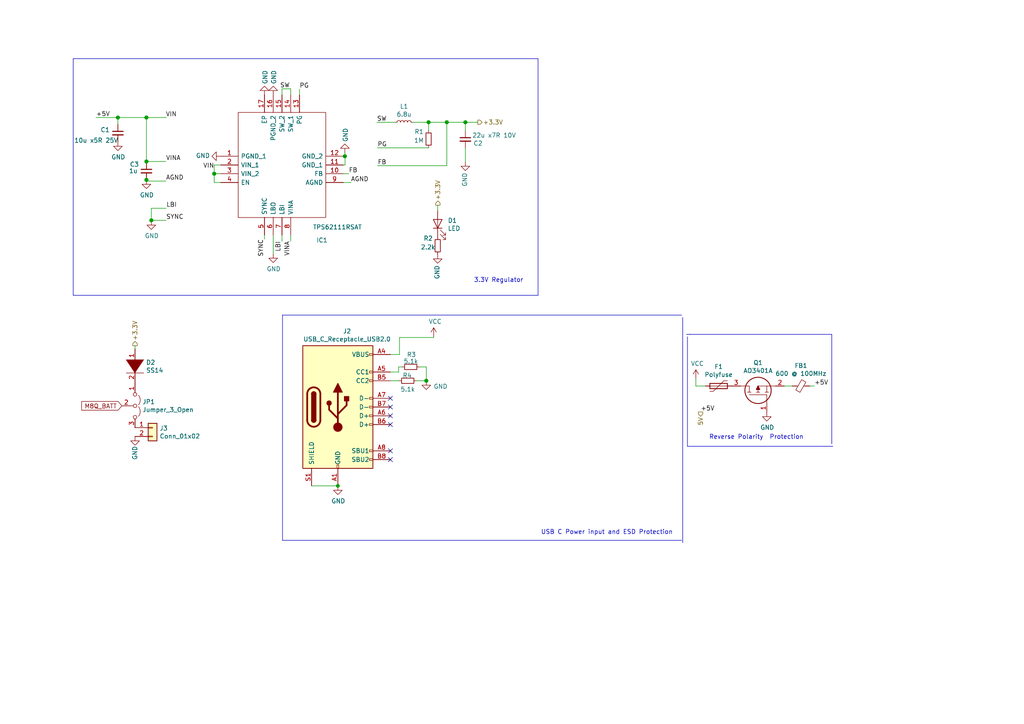
<source format=kicad_sch>
(kicad_sch (version 20201015) (generator eeschema)
  (paper "A4")
  (lib_symbols
    (symbol "Connector:USB_C_Receptacle_USB2.0" (pin_names (offset 1.016))
      (property "Reference" "J" (at -10.16 19.05 0))
      (property "Value" "USB_C_Receptacle_USB2.0" (at 19.05 19.05 0))
      (symbol "USB_C_Receptacle_USB2.0_0_0"
        (rectangle (start -0.254 -17.78) (end 0.254 -16.764))
        (rectangle (start 10.16 -14.986) (end 9.144 -15.494))
        (rectangle (start 10.16 -12.446) (end 9.144 -12.954))
        (rectangle (start 10.16 -4.826) (end 9.144 -5.334))
        (rectangle (start 10.16 -2.286) (end 9.144 -2.794))
        (rectangle (start 10.16 0.254) (end 9.144 -0.254))
        (rectangle (start 10.16 2.794) (end 9.144 2.286))
        (rectangle (start 10.16 7.874) (end 9.144 7.366))
        (rectangle (start 10.16 10.414) (end 9.144 9.906))
        (rectangle (start 10.16 15.494) (end 9.144 14.986))
      )
      (symbol "USB_C_Receptacle_USB2.0_0_1"
        (arc (start -8.89 -3.81) (end -5.08 -3.81) (radius (at -6.985 -3.81) (length 1.905) (angles -179.9 -0.1)) (stroke (width 0.508)))
        (arc (start -7.62 -3.81) (end -6.35 -3.81) (radius (at -6.985 -3.81) (length 0.635) (angles -179.9 -0.1)) (stroke (width 0.254)))
        (arc (start -7.62 -3.81) (end -6.35 -3.81) (radius (at -6.985 -3.81) (length 0.635) (angles -179.9 -0.1)) (stroke (width 0.254)) (fill (type outline)))
        (arc (start -6.35 3.81) (end -7.62 3.81) (radius (at -6.985 3.81) (length 0.635) (angles 0.1 179.9)) (stroke (width 0.254)) (fill (type outline)))
        (arc (start -6.35 3.81) (end -7.62 3.81) (radius (at -6.985 3.81) (length 0.635) (angles 0.1 179.9)) (stroke (width 0.254)))
        (arc (start -5.08 3.81) (end -8.89 3.81) (radius (at -6.985 3.81) (length 1.905) (angles 0.1 179.9)) (stroke (width 0.508)))
        (circle (center -2.54 1.143) (radius 0.635) (stroke (width 0.254)) (fill (type outline)))
        (circle (center 0 -5.842) (radius 1.27) (fill (type outline)))
        (rectangle (start -10.16 17.78) (end 10.16 -17.78) (stroke (width 0.254)) (fill (type background)))
        (rectangle (start -7.62 -3.81) (end -6.35 3.81) (stroke (width 0.254)) (fill (type outline)))
        (rectangle (start 1.905 1.778) (end 3.175 3.048) (stroke (width 0.254)) (fill (type outline)))
        (polyline (pts (xy -8.89 -3.81) (xy -8.89 3.81)) (stroke (width 0.508)))
        (polyline (pts (xy -5.08 3.81) (xy -5.08 -3.81)) (stroke (width 0.508)))
        (polyline (pts (xy 0 -5.842) (xy 0 4.318)) (stroke (width 0.508)))
        (polyline (pts (xy 0 -3.302) (xy -2.54 -0.762) (xy -2.54 0.508)) (stroke (width 0.508)))
        (polyline (pts (xy 0 -2.032) (xy 2.54 0.508) (xy 2.54 1.778)) (stroke (width 0.508)))
        (polyline (pts (xy -1.27 4.318) (xy 0 6.858) (xy 1.27 4.318) (xy -1.27 4.318)) (stroke (width 0.254)) (fill (type outline)))
      )
      (symbol "USB_C_Receptacle_USB2.0_1_1"
        (pin passive line (at 0 -22.86 90) (length 5.08) (name "GND") (number "A1"))
        (pin passive line (at 0 -22.86 90) (length 5.08) hide (name "GND") (number "A12"))
        (pin passive line (at 15.24 15.24 180) (length 5.08) (name "VBUS") (number "A4"))
        (pin bidirectional line (at 15.24 10.16 180) (length 5.08) (name "CC1") (number "A5"))
        (pin bidirectional line (at 15.24 -2.54 180) (length 5.08) (name "D+") (number "A6"))
        (pin bidirectional line (at 15.24 2.54 180) (length 5.08) (name "D-") (number "A7"))
        (pin bidirectional line (at 15.24 -12.7 180) (length 5.08) (name "SBU1") (number "A8"))
        (pin passive line (at 15.24 15.24 180) (length 5.08) hide (name "VBUS") (number "A9"))
        (pin passive line (at 0 -22.86 90) (length 5.08) hide (name "GND") (number "B1"))
        (pin passive line (at 0 -22.86 90) (length 5.08) hide (name "GND") (number "B12"))
        (pin passive line (at 15.24 15.24 180) (length 5.08) hide (name "VBUS") (number "B4"))
        (pin bidirectional line (at 15.24 7.62 180) (length 5.08) (name "CC2") (number "B5"))
        (pin bidirectional line (at 15.24 -5.08 180) (length 5.08) (name "D+") (number "B6"))
        (pin bidirectional line (at 15.24 0 180) (length 5.08) (name "D-") (number "B7"))
        (pin bidirectional line (at 15.24 -15.24 180) (length 5.08) (name "SBU2") (number "B8"))
        (pin passive line (at 15.24 15.24 180) (length 5.08) hide (name "VBUS") (number "B9"))
        (pin passive line (at -7.62 -22.86 90) (length 5.08) (name "SHIELD") (number "S1"))
      )
    )
    (symbol "Connector_Generic:Conn_01x02" (pin_names (offset 1.016) hide)
      (property "Reference" "J" (at 0 2.54 0))
      (property "Value" "Conn_01x02" (at 0 -5.08 0))
      (symbol "Conn_01x02_1_1"
        (rectangle (start -1.27 -2.413) (end 0 -2.667) (stroke (width 0.1524)))
        (rectangle (start -1.27 0.127) (end 0 -0.127) (stroke (width 0.1524)))
        (rectangle (start -1.27 1.27) (end 1.27 -3.81) (stroke (width 0.254)) (fill (type background)))
        (pin passive line (at -5.08 0 0) (length 3.81) (name "Pin_1") (number "1"))
        (pin passive line (at -5.08 -2.54 0) (length 3.81) (name "Pin_2") (number "2"))
      )
    )
    (symbol "Device:C_Small" (pin_numbers hide) (pin_names (offset 0.254) hide)
      (property "Reference" "C" (at 0.254 1.778 0))
      (property "Value" "C_Small" (at 0.254 -2.032 0))
      (symbol "C_Small_0_1"
        (polyline (pts (xy -1.524 -0.508) (xy 1.524 -0.508)) (stroke (width 0.3302)))
        (polyline (pts (xy -1.524 0.508) (xy 1.524 0.508)) (stroke (width 0.3048)))
      )
      (symbol "C_Small_1_1"
        (pin passive line (at 0 2.54 270) (length 2.032) (name "~") (number "1"))
        (pin passive line (at 0 -2.54 90) (length 2.032) (name "~") (number "2"))
      )
    )
    (symbol "Device:FerriteBead_Small" (pin_numbers hide) (pin_names (offset 0))
      (property "Reference" "FB" (at 1.905 1.27 0))
      (property "Value" "FerriteBead_Small" (at 1.905 -1.27 0))
      (symbol "FerriteBead_Small_0_1"
        (polyline (pts (xy 0 -1.27) (xy 0 -0.7874)))
        (polyline (pts (xy 0 0.889) (xy 0 1.2954)))
        (polyline (pts (xy -1.8288 0.2794) (xy -1.1176 1.4986) (xy 1.8288 -0.2032) (xy 1.1176 -1.4224) (xy -1.8288 0.2794)))
      )
      (symbol "FerriteBead_Small_1_1"
        (pin passive line (at 0 2.54 270) (length 1.27) (name "~") (number "1"))
        (pin passive line (at 0 -2.54 90) (length 1.27) (name "~") (number "2"))
      )
    )
    (symbol "Device:LED" (pin_numbers hide) (pin_names (offset 1.016) hide)
      (property "Reference" "D" (at 0 2.54 0))
      (property "Value" "LED" (at 0 -2.54 0))
      (symbol "LED_0_1"
        (polyline (pts (xy -1.27 -1.27) (xy -1.27 1.27)) (stroke (width 0.2032)))
        (polyline (pts (xy -1.27 0) (xy 1.27 0)))
        (polyline (pts (xy 1.27 -1.27) (xy 1.27 1.27) (xy -1.27 0) (xy 1.27 -1.27)) (stroke (width 0.2032)))
        (polyline (pts (xy -3.048 -0.762) (xy -4.572 -2.286) (xy -3.81 -2.286) (xy -4.572 -2.286) (xy -4.572 -1.524)))
        (polyline (pts (xy -1.778 -0.762) (xy -3.302 -2.286) (xy -2.54 -2.286) (xy -3.302 -2.286) (xy -3.302 -1.524)))
      )
      (symbol "LED_1_1"
        (pin passive line (at -3.81 0 0) (length 2.54) (name "K") (number "1"))
        (pin passive line (at 3.81 0 180) (length 2.54) (name "A") (number "2"))
      )
    )
    (symbol "Device:L_Small" (pin_numbers hide) (pin_names (offset 0.254) hide)
      (property "Reference" "L" (at 0.762 1.016 0))
      (property "Value" "L_Small" (at 0.762 -1.016 0))
      (symbol "L_Small_0_1"
        (arc (start 0 -2.032) (end 0 -1.016) (radius (at 0 -1.524) (length 0.508) (angles -89.9 89.9)))
        (arc (start 0 -1.016) (end 0 0) (radius (at 0 -0.508) (length 0.508) (angles -89.9 89.9)))
        (arc (start 0 0) (end 0 1.016) (radius (at 0 0.508) (length 0.508) (angles -89.9 89.9)))
        (arc (start 0 1.016) (end 0 2.032) (radius (at 0 1.524) (length 0.508) (angles -89.9 89.9)))
      )
      (symbol "L_Small_1_1"
        (pin passive line (at 0 2.54 270) (length 0.508) (name "~") (number "1"))
        (pin passive line (at 0 -2.54 90) (length 0.508) (name "~") (number "2"))
      )
    )
    (symbol "Device:Polyfuse" (pin_numbers hide) (pin_names (offset 0))
      (property "Reference" "F" (at -2.54 0 90))
      (property "Value" "Polyfuse" (at 2.54 0 90))
      (symbol "Polyfuse_0_1"
        (rectangle (start -0.762 2.54) (end 0.762 -2.54) (stroke (width 0.254)))
        (polyline (pts (xy 0 2.54) (xy 0 -2.54)))
        (polyline (pts (xy -1.524 2.54) (xy -1.524 1.524) (xy 1.524 -1.524) (xy 1.524 -2.54)))
      )
      (symbol "Polyfuse_1_1"
        (pin passive line (at 0 3.81 270) (length 1.27) (name "~") (number "1"))
        (pin passive line (at 0 -3.81 90) (length 1.27) (name "~") (number "2"))
      )
    )
    (symbol "Device:R_Small" (pin_numbers hide) (pin_names (offset 0.254) hide)
      (property "Reference" "R" (at 0.762 0.508 0))
      (property "Value" "R_Small" (at 0.762 -1.016 0))
      (symbol "R_Small_0_1"
        (rectangle (start -0.762 1.778) (end 0.762 -1.778) (stroke (width 0.2032)))
      )
      (symbol "R_Small_1_1"
        (pin passive line (at 0 2.54 270) (length 0.762) (name "~") (number "1"))
        (pin passive line (at 0 -2.54 90) (length 0.762) (name "~") (number "2"))
      )
    )
    (symbol "Jumper:Jumper_3_Open" (pin_names (offset 0) hide)
      (property "Reference" "JP" (at -2.54 -2.54 0))
      (property "Value" "Jumper_3_Open" (at 0 2.794 0))
      (symbol "Jumper_3_Open_0_0"
        (circle (center -3.302 0) (radius 0.508))
        (circle (center 0 0) (radius 0.508))
        (circle (center 3.302 0) (radius 0.508))
      )
      (symbol "Jumper_3_Open_0_1"
        (arc (start -3.048 1.016) (end -0.254 1.016) (radius (at -1.651 -0.762) (length 2.2606) (angles 128.2 51.8)))
        (arc (start 0.254 1.016) (end 3.048 1.016) (radius (at 1.651 -0.762) (length 2.2606) (angles 128.2 51.8)))
        (polyline (pts (xy 0 -0.508) (xy 0 -1.27)))
      )
      (symbol "Jumper_3_Open_1_1"
        (pin passive line (at -6.35 0 0) (length 2.54) (name "A") (number "1"))
        (pin input line (at 0 -3.81 90) (length 2.54) (name "C") (number "2"))
        (pin passive line (at 6.35 0 180) (length 2.54) (name "B") (number "3"))
      )
    )
    (symbol "SamacSys_Parts:AO3401A" (pin_names (offset 0.762))
      (property "Reference" "Q" (at 11.43 3.81 0))
      (property "Value" "AO3401A" (at 11.43 1.27 0))
      (symbol "AO3401A_0_0"
        (pin passive line (at 0 0 0) (length 2.54) (name "~") (number "1"))
        (pin passive line (at 7.62 10.16 270) (length 2.54) (name "~") (number "3"))
        (pin passive line (at 7.62 -5.08 90) (length 2.54) (name "~") (number "2"))
      )
      (symbol "AO3401A_0_1"
        (circle (center 6.35 2.54) (radius 3.81) (stroke (width 0.254)))
        (polyline (pts (xy 7.62 2.54) (xy 7.62 -2.54)) (stroke (width 0.1524)))
        (polyline (pts (xy 7.62 5.08) (xy 7.62 7.62)) (stroke (width 0.1524)))
        (polyline (pts (xy 2.54 0) (xy 5.08 0) (xy 5.08 5.08)) (stroke (width 0.1524)))
        (polyline (pts (xy 7.62 2.54) (xy 5.842 2.54)) (stroke (width 0.1524)))
        (polyline (pts (xy 7.62 5.08) (xy 5.842 5.08)) (stroke (width 0.1524)))
        (polyline (pts (xy 5.842 0) (xy 7.62 0)) (stroke (width 0.1524)))
        (polyline (pts (xy 5.842 5.588) (xy 5.842 4.572)) (stroke (width 0.1524)))
        (polyline (pts (xy 5.842 -0.508) (xy 5.842 0.508)) (stroke (width 0.1524)))
        (polyline (pts (xy 5.842 2.032) (xy 5.842 3.048)) (stroke (width 0.1524)))
        (polyline (pts (xy 7.62 2.54) (xy 6.604 3.048) (xy 6.604 2.032) (xy 7.62 2.54)) (stroke (width 0.254)) (fill (type outline)))
      )
    )
    (symbol "SamacSys_Parts:TPS62111RSAT" (pin_names (offset 0.762))
      (property "Reference" "IC" (at 31.75 17.78 0))
      (property "Value" "TPS62111RSAT" (at 31.75 15.24 0))
      (symbol "TPS62111RSAT_0_0"
        (pin passive line (at 0 0 0) (length 5.08) (name "PGND_1") (number "1"))
        (pin passive line (at 0 -2.54 0) (length 5.08) (name "VIN_1") (number "2"))
        (pin passive line (at 0 -5.08 0) (length 5.08) (name "VIN_2") (number "3"))
        (pin passive line (at 0 -7.62 0) (length 5.08) (name "EN") (number "4"))
        (pin passive line (at 12.7 -22.86 90) (length 5.08) (name "SYNC") (number "5"))
        (pin passive line (at 15.24 -22.86 90) (length 5.08) (name "LBO") (number "6"))
        (pin passive line (at 17.78 -22.86 90) (length 5.08) (name "LBI") (number "7"))
        (pin passive line (at 20.32 -22.86 90) (length 5.08) (name "VINA") (number "8"))
        (pin passive line (at 35.56 0 180) (length 5.08) (name "GND_2") (number "12"))
        (pin passive line (at 35.56 -2.54 180) (length 5.08) (name "GND_1") (number "11"))
        (pin passive line (at 35.56 -5.08 180) (length 5.08) (name "FB") (number "10"))
        (pin passive line (at 35.56 -7.62 180) (length 5.08) (name "AGND") (number "9"))
        (pin passive line (at 12.7 17.78 270) (length 5.08) (name "EP") (number "17"))
        (pin passive line (at 15.24 17.78 270) (length 5.08) (name "PGND_2") (number "16"))
        (pin passive line (at 17.78 17.78 270) (length 5.08) (name "SW_2") (number "15"))
        (pin passive line (at 20.32 17.78 270) (length 5.08) (name "SW_1") (number "14"))
        (pin passive line (at 22.86 17.78 270) (length 5.08) (name "PG") (number "13"))
      )
      (symbol "TPS62111RSAT_0_1"
        (polyline (pts (xy 5.08 12.7) (xy 30.48 12.7) (xy 30.48 -17.78) (xy 5.08 -17.78) (xy 5.08 12.7)) (stroke (width 0.1524)))
      )
    )
    (symbol "power:GND" (power) (pin_names (offset 0))
      (property "Value" "GND" (at 0 -3.81 0))
      (symbol "GND_0_1"
        (polyline (pts (xy 0 0) (xy 0 -1.27) (xy 1.27 -1.27) (xy 0 -2.54) (xy -1.27 -1.27) (xy 0 -1.27)))
      )
      (symbol "GND_1_1"
        (pin power_in line (at 0 0 270) (length 0) hide (name "GND") (number "1"))
      )
    )
    (symbol "power:VCC" (power) (pin_names (offset 0))
      (property "Value" "VCC" (at 0 3.81 0))
      (symbol "VCC_0_1"
        (polyline (pts (xy -0.762 1.27) (xy 0 2.54)))
        (polyline (pts (xy 0 0) (xy 0 2.54)))
        (polyline (pts (xy 0 2.54) (xy 0.762 1.27)))
      )
      (symbol "VCC_1_1"
        (pin power_in line (at 0 0 90) (length 0) hide (name "VCC") (number "1"))
      )
    )
    (symbol "power:VCC_1" (power) (pin_names (offset 0))
      (property "Value" "VCC" (at 0 3.81 0))
      (symbol "VCC_1_0_1"
        (polyline (pts (xy -0.762 1.27) (xy 0 2.54)))
        (polyline (pts (xy 0 0) (xy 0 2.54)))
        (polyline (pts (xy 0 2.54) (xy 0.762 1.27)))
      )
      (symbol "VCC_1_1_1"
        (pin power_in line (at 0 0 90) (length 0) hide (name "VCC") (number "1"))
      )
    )
    (symbol "pspice:DIODE" (pin_names (offset 1.016) hide)
      (property "Reference" "D" (at 0 3.81 0))
      (property "Value" "DIODE" (at 0 -4.445 0))
      (symbol "DIODE_0_1"
        (polyline (pts (xy 1.905 2.54) (xy 1.905 -2.54)))
        (polyline (pts (xy -1.905 2.54) (xy -1.905 -2.54) (xy 1.905 0)) (fill (type outline)))
      )
      (symbol "DIODE_1_1"
        (pin input line (at -5.08 0 0) (length 3.81) (name "K") (number "1"))
        (pin input line (at 5.08 0 180) (length 3.81) (name "A") (number "2"))
      )
    )
  )
  (junction (at 34.1884 34.0868) (diameter 1.016))
  (junction (at 42.4688 34.0868) (diameter 1.016))
  (junction (at 42.4688 46.8376) (diameter 1.016))
  (junction (at 42.4688 52.1716) (diameter 1.016))
  (junction (at 43.8912 63.9064) (diameter 1.016))
  (junction (at 62.1284 50.3936) (diameter 1.016))
  (junction (at 97.9932 140.9192) (diameter 0.9144))
  (junction (at 100.0252 45.3136) (diameter 1.016))
  (junction (at 123.6472 110.4392) (diameter 1.016))
  (junction (at 124.3076 35.4584) (diameter 1.016))
  (junction (at 129.5908 35.4584) (diameter 1.016))
  (junction (at 134.9756 35.4584) (diameter 1.016))
  (no_connect (at 113.2332 133.2992))
  (no_connect (at 113.2332 115.5192))
  (no_connect (at 113.2332 118.0592))
  (no_connect (at 113.2332 120.5992))
  (no_connect (at 113.2332 130.7592))
  (no_connect (at 113.2332 123.1392))
  (wire (pts (xy 27.8384 34.0868) (xy 34.1884 34.0868)))
  (wire (pts (xy 34.1884 34.0868) (xy 34.1884 36.068)))
  (wire (pts (xy 34.1884 34.0868) (xy 42.4688 34.0868)))
  (wire (pts (xy 39.1668 100.2792) (xy 39.1668 101.1936)))
  (wire (pts (xy 42.4688 34.0868) (xy 42.4688 46.8376)))
  (wire (pts (xy 42.4688 34.0868) (xy 48.1076 34.0868)))
  (wire (pts (xy 42.4688 46.8376) (xy 42.4688 47.0916)))
  (wire (pts (xy 42.4688 52.5272) (xy 42.4688 52.1716)))
  (wire (pts (xy 43.8912 60.4012) (xy 43.8912 63.9064)))
  (wire (pts (xy 43.8912 63.9064) (xy 43.8912 64.008)))
  (wire (pts (xy 48.1076 34.0868) (xy 48.1076 34.1376)))
  (wire (pts (xy 48.1076 34.1376) (xy 48.0568 34.1376)))
  (wire (pts (xy 48.1076 46.8376) (xy 42.4688 46.8376)))
  (wire (pts (xy 48.1076 52.5272) (xy 42.4688 52.5272)))
  (wire (pts (xy 48.1584 63.9064) (xy 43.8912 63.9064)))
  (wire (pts (xy 48.2092 60.4012) (xy 43.8912 60.4012)))
  (wire (pts (xy 62.1284 47.8536) (xy 62.1284 50.3936)))
  (wire (pts (xy 62.1284 52.9336) (xy 62.1284 50.3936)))
  (wire (pts (xy 64.008 47.8536) (xy 62.1284 47.8536)))
  (wire (pts (xy 64.008 50.3936) (xy 62.1284 50.3936)))
  (wire (pts (xy 64.008 52.9336) (xy 62.1284 52.9336)))
  (wire (pts (xy 76.708 68.1736) (xy 76.708 69.342)))
  (wire (pts (xy 79.248 68.1736) (xy 79.248 73.6092)))
  (wire (pts (xy 81.788 25.7556) (xy 84.328 25.7556)))
  (wire (pts (xy 81.788 27.5336) (xy 81.788 25.7556)))
  (wire (pts (xy 81.788 68.1736) (xy 81.788 69.9008)))
  (wire (pts (xy 81.788 69.9008) (xy 81.7372 69.9008)))
  (wire (pts (xy 84.328 27.5336) (xy 84.328 25.7556)))
  (wire (pts (xy 84.328 68.1736) (xy 84.328 69.9008)))
  (wire (pts (xy 86.868 25.8572) (xy 86.868 27.5336)))
  (wire (pts (xy 90.3732 140.9192) (xy 97.9932 140.9192)))
  (wire (pts (xy 99.568 45.3136) (xy 100.0252 45.3136)))
  (wire (pts (xy 99.568 47.8536) (xy 100.076 47.8536)))
  (wire (pts (xy 99.568 50.3936) (xy 101.1428 50.3936)))
  (wire (pts (xy 99.568 52.9336) (xy 101.7524 52.9336)))
  (wire (pts (xy 100.0252 44.2976) (xy 100.0252 45.3136)))
  (wire (pts (xy 100.0252 45.3136) (xy 100.076 45.3136)))
  (wire (pts (xy 100.076 47.8536) (xy 100.076 45.3136)))
  (wire (pts (xy 101.7524 52.9336) (xy 101.7524 52.9844)))
  (wire (pts (xy 109.3216 35.4584) (xy 114.6556 35.4584)))
  (wire (pts (xy 109.474 42.8752) (xy 124.3076 42.8752)))
  (wire (pts (xy 109.5248 48.0568) (xy 129.5908 48.0568)))
  (wire (pts (xy 113.2332 102.8192) (xy 115.8748 102.8192)))
  (wire (pts (xy 113.2332 107.8992) (xy 115.6208 107.8992)))
  (wire (pts (xy 113.2332 110.4392) (xy 115.7224 110.4392)))
  (wire (pts (xy 115.6208 106.426) (xy 116.586 106.426)))
  (wire (pts (xy 115.6208 107.8992) (xy 115.6208 106.426)))
  (wire (pts (xy 115.8748 97.8916) (xy 115.8748 102.8192)))
  (wire (pts (xy 115.8748 97.8916) (xy 125.7808 97.8916)))
  (wire (pts (xy 119.7356 35.4584) (xy 124.3076 35.4584)))
  (wire (pts (xy 120.8024 110.4392) (xy 123.6472 110.4392)))
  (wire (pts (xy 121.666 106.426) (xy 123.6472 106.426)))
  (wire (pts (xy 123.6472 106.426) (xy 123.6472 110.4392)))
  (wire (pts (xy 124.3076 35.4584) (xy 124.3076 37.7952)))
  (wire (pts (xy 124.3076 35.4584) (xy 129.5908 35.4584)))
  (wire (pts (xy 125.7808 97.8916) (xy 125.7808 97.5868)))
  (wire (pts (xy 126.9492 59.5376) (xy 127 59.5376)))
  (wire (pts (xy 126.9492 61.1124) (xy 126.9492 59.5376)))
  (wire (pts (xy 129.5908 35.4584) (xy 134.9756 35.4584)))
  (wire (pts (xy 129.5908 48.0568) (xy 129.5908 35.4584)))
  (wire (pts (xy 134.9756 35.4584) (xy 134.9756 37.8968)))
  (wire (pts (xy 134.9756 35.4584) (xy 138.5824 35.4584)))
  (wire (pts (xy 134.9756 42.9768) (xy 134.9756 46.9392)))
  (wire (pts (xy 201.8284 109.7788) (xy 201.8284 111.9632)))
  (wire (pts (xy 201.8284 111.9632) (xy 204.6224 111.9632)))
  (wire (pts (xy 227.4824 111.9632) (xy 229.7684 111.9632)))
  (wire (pts (xy 234.8484 111.9632) (xy 236.1692 111.9632)))
  (polyline (pts (xy 21.2344 17.018) (xy 22.9616 17.018)) (stroke (width 0) (type solid)))
  (polyline (pts (xy 21.2344 85.6488) (xy 21.2344 17.018)) (stroke (width 0) (type solid)))
  (polyline (pts (xy 22.9108 17.018) (xy 156.0576 17.018)) (stroke (width 0) (type solid)))
  (polyline (pts (xy 81.9404 91.3384) (xy 81.9404 156.718)) (stroke (width 0) (type solid)))
  (polyline (pts (xy 81.9404 156.718) (xy 197.7136 156.718)) (stroke (width 0) (type solid)))
  (polyline (pts (xy 156.0576 17.018) (xy 156.0576 85.6488)) (stroke (width 0) (type solid)))
  (polyline (pts (xy 156.0576 85.6488) (xy 21.2344 85.6488)) (stroke (width 0) (type solid)))
  (polyline (pts (xy 197.7136 91.3892) (xy 81.9404 91.3892)) (stroke (width 0) (type solid)))
  (polyline (pts (xy 198.0184 157.4292) (xy 198.0184 92.1004)) (stroke (width 0) (type solid)))
  (polyline (pts (xy 199.0852 96.9772) (xy 200.2536 96.9772)) (stroke (width 0) (type solid)))
  (polyline (pts (xy 199.39 129.4384) (xy 199.39 97.6884)) (stroke (width 0) (type solid)))
  (polyline (pts (xy 200.0504 96.9772) (xy 241.2492 96.9772)) (stroke (width 0) (type solid)))
  (polyline (pts (xy 241.2492 96.9772) (xy 241.2492 128.7272)) (stroke (width 0) (type solid)))
  (polyline (pts (xy 241.554 129.4384) (xy 199.39 129.4384)) (stroke (width 0) (type solid)))
  (text "3.3V Regulator\n" (at 151.8412 82.0928 180) (effects (font (size 1.27 1.27)) (justify right bottom)))
  (text "USB C Power input and ESD Protection\n" (at 195.1736 155.194 180) (effects (font (size 1.27 1.27)) (justify right bottom)))
  (text "Reverse Polarity  Protection\n" (at 233.1212 127.6096 180) (effects (font (size 1.27 1.27)) (justify right bottom)))
  (label "+5V" (at 27.8384 34.0868 0))
  (label "VIN" (at 48.0568 34.1376 0))
  (label "VINA" (at 48.1076 46.8376 0))
  (label "AGND" (at 48.1076 52.5272 0))
  (label "SYNC" (at 48.1584 63.9064 0))
  (label "LBI" (at 48.2092 60.4012 0))
  (label "VIN" (at 62.1284 49.0728 180))
  (label "SYNC" (at 76.708 69.342 270))
  (label "LBI" (at 81.7372 69.9008 270))
  (label "SW" (at 84.074 25.7556 180))
  (label "VINA" (at 84.328 69.9008 270))
  (label "PG" (at 86.868 25.8572 0))
  (label "FB" (at 101.1428 50.3936 0))
  (label "AGND" (at 101.7524 52.9844 0))
  (label "SW" (at 109.3216 35.4584 0))
  (label "PG" (at 109.474 42.8752 0))
  (label "FB" (at 109.5248 48.0568 0))
  (label "+5V" (at 203.2 119.4816 0))
  (label "+5V" (at 236.1692 111.9632 0))
  (global_label "M8Q_BATT" (shape input) (at 35.3568 117.7036 180) (property "Intersheet References" "${INTERSHEET_REFS}" (effects hide)))
  (hierarchical_label "+3.3V" (shape output) (at 39.1668 100.2792 90))
  (hierarchical_label "+3.3V" (shape output) (at 127 59.5376 90))
  (hierarchical_label "+3.3V" (shape output) (at 138.5824 35.4584 0))
  (hierarchical_label "5V" (shape output) (at 203.2 119.4816 270))
  (symbol (lib_id "Device:L_Small") (at 117.1956 35.4584 90) (unit 1)
    (property "Reference" "L1" (at 117.1956 30.8672 90))
    (property "Value" "6.8u" (at 117.1954 33.1656 90))
    (property "Footprint" "Inductor_SMD:L_TDK_SLF7032" (effects hide))
    (property "Digi-Key_PN" "445-2013-2-ND" (effects hide))
    (property "Digikey Link" "https://www.digikey.co.uk/en/products/detail/tdk-corporation/SLF7032T-6R8M1R6-2PF/755365" (effects hide))
    (property "Manufacturer_Part_Number" "SLF7032T-6R8M1R6-2PF" (effects hide))
  )
  (symbol (lib_name "power:VCC_1") (lib_id "power:VCC") (at 125.7808 97.5868 0) (unit 1)
    (property "Reference" "#PWR016" (effects hide))
    (property "Value" "VCC" (at 126.2126 93.2624 0))
  )
  (symbol (lib_id "power:VCC") (at 201.8284 109.7788 0) (unit 1)
    (property "Reference" "#PWR017" (effects hide))
    (property "Value" "VCC" (at 202.2602 105.4544 0))
  )
  (symbol (lib_id "power:GND") (at 34.1884 41.148 0) (unit 1)
    (property "Reference" "#PWR08" (effects hide))
    (property "Value" "GND" (at 34.3154 45.5422 0))
  )
  (symbol (lib_id "power:GND") (at 39.1668 126.5936 0) (unit 1)
    (property "Reference" "#PWR020" (effects hide))
    (property "Value" "GND" (at 39.1287 131.3752 90))
  )
  (symbol (lib_id "power:GND") (at 42.4688 52.1716 0) (unit 1)
    (property "Reference" "#PWR012" (effects hide))
    (property "Value" "GND" (at 42.5958 56.5658 0))
  )
  (symbol (lib_id "power:GND") (at 43.8912 64.008 0) (unit 1)
    (property "Reference" "#PWR013" (effects hide))
    (property "Value" "GND" (at 44.0182 68.4022 0))
  )
  (symbol (lib_id "power:GND") (at 64.008 45.3136 270) (unit 1)
    (property "Reference" "#PWR010" (effects hide))
    (property "Value" "GND" (at 58.8518 45.1358 90))
  )
  (symbol (lib_id "power:GND") (at 76.708 27.5336 180) (unit 1)
    (property "Reference" "#PWR06" (effects hide))
    (property "Value" "GND" (at 76.8858 22.3774 90))
  )
  (symbol (lib_id "power:GND") (at 79.248 27.5336 180) (unit 1)
    (property "Reference" "#PWR07" (effects hide))
    (property "Value" "GND" (at 79.4258 22.3774 90))
  )
  (symbol (lib_id "power:GND") (at 79.248 73.6092 0) (unit 1)
    (property "Reference" "#PWR014" (effects hide))
    (property "Value" "GND" (at 79.375 78.0034 0))
  )
  (symbol (lib_id "power:GND") (at 97.9932 140.9192 0) (unit 1)
    (property "Reference" "#PWR021" (effects hide))
    (property "Value" "GND" (at 98.1202 145.3134 0))
  )
  (symbol (lib_id "power:GND") (at 100.0252 44.2976 180) (unit 1)
    (property "Reference" "#PWR09" (effects hide))
    (property "Value" "GND" (at 100.203 39.1414 90))
  )
  (symbol (lib_id "power:GND") (at 123.6472 110.4392 0) (unit 1)
    (property "Reference" "#PWR018" (effects hide))
    (property "Value" "GND" (at 127.7874 112.0902 0))
  )
  (symbol (lib_id "power:GND") (at 126.9492 73.8124 0) (unit 1)
    (property "Reference" "#PWR015" (effects hide))
    (property "Value" "GND" (at 126.7714 78.9686 90))
  )
  (symbol (lib_id "power:GND") (at 134.9756 46.9392 0) (unit 1)
    (property "Reference" "#PWR011" (effects hide))
    (property "Value" "GND" (at 134.7978 52.0954 90))
  )
  (symbol (lib_id "power:GND") (at 222.4024 119.5832 0) (unit 1)
    (property "Reference" "#PWR019" (effects hide))
    (property "Value" "GND" (at 222.5294 123.9774 0))
  )
  (symbol (lib_id "Device:R_Small") (at 118.2624 110.4392 90) (unit 1)
    (property "Reference" "R4" (at 118.11 108.896 90))
    (property "Value" "5.1k" (at 118.2626 112.9222 90))
    (property "Footprint" "Resistor_SMD:R_1206_3216Metric" (effects hide))
    (property "LCSC Part #" "C26033" (effects hide))
    (property "Seeed SKU" "301010495" (effects hide))
  )
  (symbol (lib_id "Device:R_Small") (at 119.126 106.426 90) (unit 1)
    (property "Reference" "R3" (at 119.3292 102.8508 90))
    (property "Value" "5.1k" (at 119.1772 104.794 90))
    (property "Footprint" "Resistor_SMD:R_1206_3216Metric" (effects hide))
    (property "LCSC Part #" "C26033" (effects hide))
    (property "Seeed SKU" "301010495" (effects hide))
  )
  (symbol (lib_id "Device:R_Small") (at 124.3076 40.3352 180) (unit 1)
    (property "Reference" "R1" (at 121.5452 38.2016 0))
    (property "Value" "1M" (at 121.5072 40.7408 0))
    (property "Footprint" "Resistor_SMD:R_0805_2012Metric" (effects hide))
    (property "Seeed SKU" "301012157" (effects hide))
  )
  (symbol (lib_id "Device:R_Small") (at 126.9492 71.2724 180) (unit 1)
    (property "Reference" "R2" (at 124.1868 69.1388 0))
    (property "Value" "2.2k" (at 124.149 71.6782 0))
    (property "Footprint" "Resistor_SMD:R_0603_1608Metric" (effects hide))
    (property "Seeed SKU" "301010124" (effects hide))
  )
  (symbol (lib_id "Device:C_Small") (at 34.1884 38.608 0) (unit 1)
    (property "Reference" "C1" (at 29.1466 37.6618 0) (effects (justify left)))
    (property "Value" "10u x5R 25V" (at 21.5264 40.7226 0) (effects (justify left)))
    (property "Footprint" "Capacitor_SMD:C_1210_3225Metric" (effects hide))
    (property "Manufacturer_Part_Number" "CL32B106KAJNNNE" (effects hide))
    (property "Digi-Key_PN" "1276-1854-2-ND " (effects hide))
    (property "Digikey Link" "https://www.digikey.co.uk/en/products/detail/samsung-electro-mechanics/CL32A106KAULNNE/3887512" (effects hide))
  )
  (symbol (lib_id "Device:C_Small") (at 42.4688 49.6316 0) (unit 1)
    (property "Reference" "C3" (at 37.6302 47.6694 0) (effects (justify left)))
    (property "Value" "1u" (at 37.3762 49.5618 0) (effects (justify left)))
    (property "Footprint" "Capacitor_SMD:C_0805_2012Metric" (effects hide))
    (property "Seeed SKU" "302010003" (effects hide))
    (property "Digi-Key_PN" "445-CGA4J1X8L1H105K125ACTR-ND" (effects hide))
    (property "Digikey Link" "https://www.digikey.co.uk/en/products/detail/tdk-corporation/CGA4J1X8L1H105K125AC/12807035?s=N4IgTCBcDaIIwFcAEAGAHCgrCAugXyA" (effects hide))
  )
  (symbol (lib_id "Device:C_Small") (at 134.9756 40.4368 0) (unit 1)
    (property "Reference" "C2" (at 137.2998 41.5734 0) (effects (justify left)))
    (property "Value" "22u x7R 10V" (at 136.9444 39.2494 0) (effects (justify left)))
    (property "Footprint" "Capacitor_SMD:C_1210_3225Metric" (effects hide))
    (property "Manufacturer_Part_Number" "CL32A226KAJNNNE" (effects hide))
    (property "Digi-Key_PN" "311-2057-2-ND" (effects hide))
    (property "Digikey Link" "https://www.digikey.co.uk/en/products/detail/yageo/CC1210MKX7R7BB226/5195463" (effects hide))
  )
  (symbol (lib_id "Device:FerriteBead_Small") (at 232.3084 111.9632 90) (unit 1)
    (property "Reference" "FB1" (at 232.3084 106.0512 90))
    (property "Value" "600 @ 100MHz" (at 232.3086 108.3502 90))
    (property "Footprint" "Inductor_SMD:L_0805_2012Metric" (effects hide))
    (property "Manufacturer_Part_Number" "BLM21PG600SH1D" (effects hide))
  )
  (symbol (lib_id "Device:Polyfuse") (at 208.4324 111.9632 90) (unit 1)
    (property "Reference" "F1" (at 208.4324 106.356 90))
    (property "Value" "Polyfuse" (at 208.4324 108.6547 90))
    (property "Footprint" "Fuse:Fuse_1206_3216Metric" (effects hide))
    (property "Digi-Key_PN" "F2112TR-ND" (effects hide))
    (property "Digikey Link" "https://www.digikey.co.uk/en/products/detail/littelfuse-inc/1206L050YR/455698" (effects hide))
    (property "Manufacturer_Part_Number" "1206L050YR" (effects hide))
  )
  (symbol (lib_id "Device:LED") (at 126.9492 64.9224 90) (unit 1)
    (property "Reference" "D1" (at 129.8703 63.9635 90) (effects (justify right)))
    (property "Value" "LED" (at 129.8703 66.2622 90) (effects (justify right)))
    (property "Footprint" "LED_SMD:LED_0603_1608Metric" (effects hide))
    (property "Seeed SKU" "304090042" (effects hide))
  )
  (symbol (lib_id "Connector_Generic:Conn_01x02") (at 44.2468 124.0536 0) (unit 1)
    (property "Reference" "J3" (at 46.2789 124.225 0) (effects (justify left)))
    (property "Value" "Conn_01x02" (at 46.2789 126.5237 0) (effects (justify left)))
    (property "Footprint" "Connector_Molex:Molex_PicoBlade_53261-0271_1x02-1MP_P1.25mm_Horizontal" (effects hide))
    (property "Digi-Key_PN" "WM7620TR-ND" (effects hide))
    (property "Digikey Link" "https://www.digikey.co.uk/en/products/detail/molex/0532610271/699094?s=N4IgTCBcDaIAwFYDMYBsBGOYDs6QF0BfIA" (effects hide))
    (property "Manufacturer_Part_Number" "0532610271" (effects hide))
  )
  (symbol (lib_id "pspice:DIODE") (at 39.1668 106.2736 270) (unit 1)
    (property "Reference" "D2" (at 42.3419 105.1242 90) (effects (justify left)))
    (property "Value" "SS14" (at 42.3416 107.4234 90) (effects (justify left)))
    (property "Footprint" "Diode_SMD:D_SMA" (effects hide))
    (property "LCSC Part #" "C111631" (effects hide))
    (property "Seeed SKU" "SS14G" (effects hide))
    (property "Digi-Key_PN" "SS14CT-ND	" (effects hide))
    (property "Digikey Link" "https://www.digikey.co.uk/product-detail/en/on-semiconductor/SS14/SS14CT-ND/965729" (effects hide))
  )
  (symbol (lib_id "Jumper:Jumper_3_Open") (at 39.1668 117.7036 270) (unit 1)
    (property "Reference" "JP1" (at 41.3005 116.5542 90) (effects (justify left)))
    (property "Value" "Jumper_3_Open" (at 41.3005 118.8529 90) (effects (justify left)))
    (property "Footprint" "Jumper:SolderJumper-3_P1.3mm_Open_RoundedPad1.0x1.5mm" (effects hide))
  )
  (symbol (lib_id "SamacSys_Parts:AO3401A") (at 222.4024 119.5832 90) (unit 1)
    (property "Reference" "Q1" (at 219.8624 105.213 90))
    (property "Value" "AO3401A" (at 219.8624 107.5117 90))
    (property "Footprint" "SamacSys_Parts:SOT95P280X125-3N" (effects hide))
    (property "Datasheet" "http://www.aosmd.com/pdfs/datasheet/AO3401A.pdf" (effects hide))
    (property "Description" "30V P-Channel MOSFET" (effects hide))
    (property "Height" "1.25" (effects hide))
    (property "Manufacturer_Name" "Alpha & Omega Semiconductors" (effects hide))
    (property "Manufacturer_Part_Number" "AO3401A" (effects hide))
    (property "Arrow Part Number" "AO3401A" (effects hide))
    (property "Arrow Price/Stock" "https://www.arrow.com/en/products/ao3401a/alpha-and-omega-semiconductor" (effects hide))
    (property "Digi-Key_PN" "785-1001-2-ND" (effects hide))
    (property "LCSC Part #" "C15127" (effects hide))
    (property "Digikey Link" "https://www.digikey.co.uk/en/products/detail/alpha-omega-semiconductor-inc/AO3401A/1855773" (effects hide))
  )
  (symbol (lib_id "Connector:USB_C_Receptacle_USB2.0") (at 97.9932 118.0592 0) (unit 1)
    (property "Reference" "J2" (at 100.6602 96.069 0))
    (property "Value" "USB_C_Receptacle_USB2.0" (at 100.6602 98.3677 0))
    (property "Footprint" "Connector_USB:USB_C_Receptacle_HRO_TYPE-C-31-M-12" (effects hide))
    (property "Datasheet" "https://www.usb.org/sites/default/files/documents/usb_type-c.zip" (effects hide))
    (property "Manufacturer_Part_Number" "TYPE-C-31-M-12	" (effects hide))
  )
  (symbol (lib_id "SamacSys_Parts:TPS62111RSAT") (at 64.008 45.3136 0) (unit 1)
    (property "Reference" "IC1" (at 91.7449 69.6658 0) (effects (justify left)))
    (property "Value" "TPS62111RSAT" (at 90.7289 65.8685 0) (effects (justify left)))
    (property "Footprint" "SamacSys_Parts:QFN65P400X400X100-17N-D" (effects hide))
    (property "Datasheet" "http://www.ti.com/lit/gpn/tps62111" (effects hide))
    (property "Description" "3.3-V, 1.5-A, 17-V Vin Step-Down Converter in QFN-16" (effects hide))
    (property "Height" "1" (effects hide))
    (property "Manufacturer_Name" "Texas Instruments" (effects hide))
    (property "Manufacturer_Part_Number" "TPS62111RSAT" (effects hide))
    (property "Arrow Part Number" "TPS62111RSAT" (effects hide))
    (property "Arrow Price/Stock" "https://www.arrow.com/en/products/tps62111rsat/texas-instruments" (effects hide))
    (property "Mouser Part Number" "595-TPS62111RSAT" (effects hide))
    (property "Mouser Price/Stock" "https://www.mouser.co.uk/ProductDetail/Texas-Instruments/TPS62111RSAT?qs=Gse6rAGbi7%2FXYp5rR0x3tg%3D%3D" (effects hide))
    (property "Digi-Key_PN" "296-20670-2-ND	" (effects hide))
    (property "LCSC Part #" "C133855" (effects hide))
    (property "Digikey Link" "https://www.digikey.co.uk/en/products/detail/texas-instruments/TPS62111RSAT/1133727" (effects hide))
  )
)
</source>
